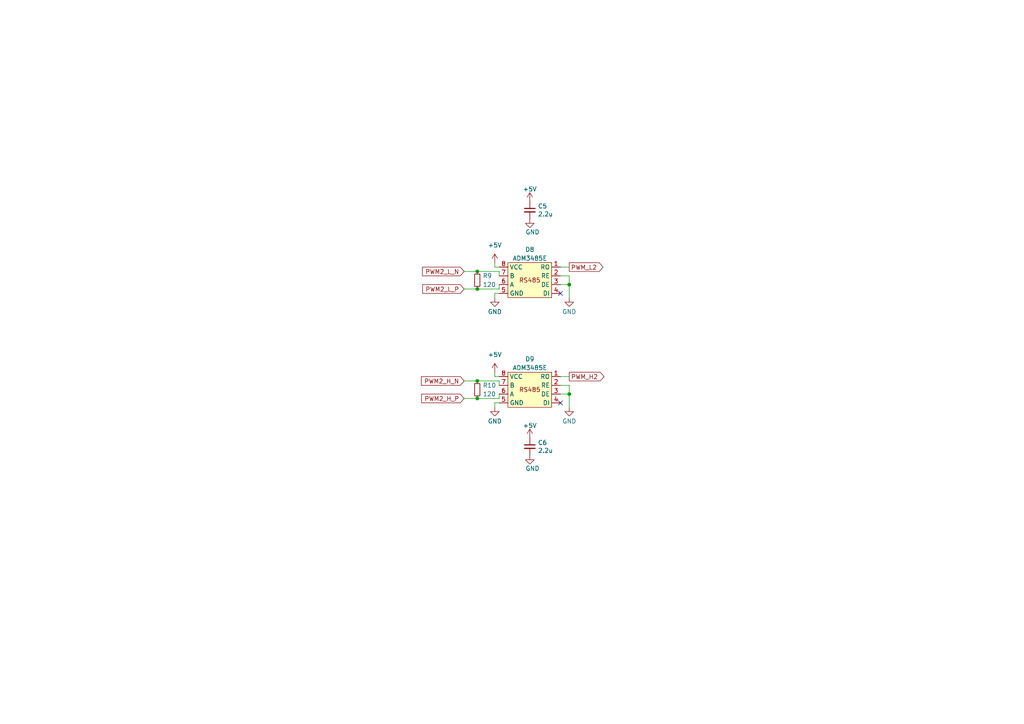
<source format=kicad_sch>
(kicad_sch (version 20231120) (generator "eeschema") (generator_version "8.0")
  (paper "A4")
  (lib_symbols
    (symbol "Device:C_Small" (pin_numbers hide) (pin_names (offset 0.254) hide)
      (property "Reference" "C" (at 0.254 1.778 0))
      (property "Value" "C_Small" (at 0.254 -2.032 0))
      (symbol "C_Small_0_1"
        (polyline (pts (xy -1.524 -0.508) (xy 1.524 -0.508)) (stroke (width 0.3302)))
        (polyline (pts (xy -1.524 0.508) (xy 1.524 0.508)) (stroke (width 0.3048)))
      )
      (symbol "C_Small_1_1"
        (pin passive line (at 0 2.54 270) (length 2.032) (name "~") (number "1"))
        (pin passive line (at 0 -2.54 90) (length 2.032) (name "~") (number "2"))
      )
    )
    (symbol "Device:R_Small" (pin_numbers hide) (pin_names (offset 0.254) hide)
      (property "Reference" "R" (at 0.762 0.508 0))
      (property "Value" "R_Small" (at 0.762 -1.016 0))
      (symbol "R_Small_0_1"
        (rectangle (start -0.762 1.778) (end 0.762 -1.778) (stroke (width 0.2032)))
      )
      (symbol "R_Small_1_1"
        (pin passive line (at 0 2.54 270) (length 0.762) (name "~") (number "1"))
        (pin passive line (at 0 -2.54 90) (length 0.762) (name "~") (number "2"))
      )
    )
    (symbol "GND_1" (power) (pin_names (offset 0))
      (property "Value" "GND" (at 0 -3.81 0))
      (symbol "GND_1_0_1"
        (polyline (pts (xy 0 0) (xy 0 -1.27) (xy 1.27 -1.27) (xy 0 -2.54) (xy -1.27 -1.27) (xy 0 -1.27)))
      )
      (symbol "GND_1_1_1"
        (pin power_in line (at 0 0 270) (length 0) hide (name "GND") (number "1"))
      )
    )
    (symbol "GND_2" (power) (pin_names (offset 0))
      (property "Value" "GND" (at 0 -3.81 0))
      (symbol "GND_2_0_1"
        (polyline (pts (xy 0 0) (xy 0 -1.27) (xy 1.27 -1.27) (xy 0 -2.54) (xy -1.27 -1.27) (xy 0 -1.27)))
      )
      (symbol "GND_2_1_1"
        (pin power_in line (at 0 0 270) (length 0) hide (name "GND") (number "1"))
      )
    )
    (symbol "GND_3" (power) (pin_names (offset 0))
      (property "Value" "GND" (at 0 -3.81 0))
      (symbol "GND_3_0_1"
        (polyline (pts (xy 0 0) (xy 0 -1.27) (xy 1.27 -1.27) (xy 0 -2.54) (xy -1.27 -1.27) (xy 0 -1.27)))
      )
      (symbol "GND_3_1_1"
        (pin power_in line (at 0 0 270) (length 0) hide (name "GND") (number "1"))
      )
    )
    (symbol "GND_4" (power) (pin_names (offset 0))
      (property "Value" "GND" (at 0 -3.81 0))
      (symbol "GND_4_0_1"
        (polyline (pts (xy 0 0) (xy 0 -1.27) (xy 1.27 -1.27) (xy 0 -2.54) (xy -1.27 -1.27) (xy 0 -1.27)))
      )
      (symbol "GND_4_1_1"
        (pin power_in line (at 0 0 270) (length 0) hide (name "GND") (number "1"))
      )
    )
    (symbol "GND_5" (power) (pin_names (offset 0))
      (property "Value" "GND" (at 0 -3.81 0))
      (symbol "GND_5_0_1"
        (polyline (pts (xy 0 0) (xy 0 -1.27) (xy 1.27 -1.27) (xy 0 -2.54) (xy -1.27 -1.27) (xy 0 -1.27)))
      )
      (symbol "GND_5_1_1"
        (pin power_in line (at 0 0 270) (length 0) hide (name "GND") (number "1"))
      )
    )
    (symbol "Interface_My:ADM3485E_1"
      (property "Reference" "D15" (at 0 2.032 0))
      (property "Value" "ADM3485E" (at 0 -0.508 0))
      (symbol "ADM3485E_1_0_0"
        (rectangle (start -6.35 -2.54) (end 6.35 -12.7) (fill (type background)))
        (text "RS485" (at 0 -7.62 0) (effects (font (size 1.27 1.27))))
      )
      (symbol "ADM3485E_1_1_1"
        (pin input line (at -8.89 -3.81 0) (length 2.54) (name "RO") (number "1"))
        (pin input line (at -8.89 -6.35 0) (length 2.54) (name "RE") (number "2"))
        (pin input line (at -8.89 -8.89 0) (length 2.54) (name "DE") (number "3"))
        (pin input line (at -8.89 -11.43 0) (length 2.54) (name "DI") (number "4"))
        (pin input line (at 8.89 -11.43 180) (length 2.54) (name "GND") (number "5"))
        (pin input line (at 8.89 -8.89 180) (length 2.54) (name "A") (number "6"))
        (pin input line (at 8.89 -6.35 180) (length 2.54) (name "B") (number "7"))
        (pin input line (at 8.89 -3.81 180) (length 2.54) (name "VCC") (number "8"))
      )
    )
    (symbol "power:+5V" (power) (pin_numbers hide) (pin_names (offset 0) hide)
      (property "Value" "+5V" (at 0 3.556 0))
      (symbol "+5V_0_1"
        (polyline (pts (xy -0.762 1.27) (xy 0 2.54)))
        (polyline (pts (xy 0 0) (xy 0 2.54)))
        (polyline (pts (xy 0 2.54) (xy 0.762 1.27)))
      )
      (symbol "+5V_1_1"
        (pin power_in line (at 0 0 90) (length 0) (name "~") (number "1"))
      )
    )
    (symbol "power:GND" (power) (pin_names (offset 0))
      (property "Value" "GND" (at 0 -3.81 0))
      (symbol "GND_0_1"
        (polyline (pts (xy 0 0) (xy 0 -1.27) (xy 1.27 -1.27) (xy 0 -2.54) (xy -1.27 -1.27) (xy 0 -1.27)))
      )
      (symbol "GND_1_1"
        (pin power_in line (at 0 0 270) (length 0) hide (name "GND") (number "1"))
      )
    )
  )
  (junction (at 138.43 110.49))
  (junction (at 165.1 114.3))
  (junction (at 138.43 115.57))
  (junction (at 138.43 83.82))
  (junction (at 138.43 78.74))
  (junction (at 165.1 82.55))
  (no_connect (at 162.56 116.84))
  (no_connect (at 162.56 85.09))
  (wire (pts (xy 134.62 110.49) (xy 138.43 110.49)))
  (wire (pts (xy 162.56 114.3) (xy 165.1 114.3)))
  (wire (pts (xy 144.78 116.84) (xy 143.51 116.84)))
  (wire (pts (xy 165.1 82.55) (xy 165.1 86.36)))
  (wire (pts (xy 144.78 82.55) (xy 144.78 83.82)))
  (wire (pts (xy 143.51 76.2) (xy 143.51 77.47)))
  (wire (pts (xy 165.1 80.01) (xy 165.1 82.55)))
  (wire (pts (xy 143.51 116.84) (xy 143.51 118.11)))
  (wire (pts (xy 144.78 85.09) (xy 143.51 85.09)))
  (wire (pts (xy 143.51 109.22) (xy 143.51 107.95)))
  (wire (pts (xy 134.62 115.57) (xy 138.43 115.57)))
  (wire (pts (xy 144.78 77.47) (xy 143.51 77.47)))
  (wire (pts (xy 144.78 114.3) (xy 144.78 115.57)))
  (wire (pts (xy 134.62 83.82) (xy 138.43 83.82)))
  (wire (pts (xy 138.43 78.74) (xy 144.78 78.74)))
  (wire (pts (xy 138.43 110.49) (xy 144.78 110.49)))
  (wire (pts (xy 134.62 78.74) (xy 138.43 78.74)))
  (wire (pts (xy 162.56 80.01) (xy 165.1 80.01)))
  (wire (pts (xy 162.56 111.76) (xy 165.1 111.76)))
  (wire (pts (xy 143.51 85.09) (xy 143.51 86.36)))
  (wire (pts (xy 138.43 83.82) (xy 144.78 83.82)))
  (wire (pts (xy 144.78 109.22) (xy 143.51 109.22)))
  (wire (pts (xy 165.1 114.3) (xy 165.1 118.11)))
  (wire (pts (xy 138.43 115.57) (xy 144.78 115.57)))
  (wire (pts (xy 162.56 82.55) (xy 165.1 82.55)))
  (wire (pts (xy 162.56 109.22) (xy 165.1 109.22)))
  (wire (pts (xy 144.78 78.74) (xy 144.78 80.01)))
  (wire (pts (xy 162.56 77.47) (xy 165.1 77.47)))
  (wire (pts (xy 165.1 111.76) (xy 165.1 114.3)))
  (wire (pts (xy 144.78 111.76) (xy 144.78 110.49)))
  (global_label "PWM_H2" (shape output) (at 165.1 109.22 0) (property "Intersheetrefs" "${INTERSHEET_REFS}" (effects (hide yes))))
  (global_label "PWM2_L_P" (shape input) (at 134.62 83.82 180) (property "Intersheetrefs" "${INTERSHEET_REFS}" (effects (hide yes))))
  (global_label "PWM2_H_P" (shape input) (at 134.62 115.57 180) (property "Intersheetrefs" "${INTERSHEET_REFS}" (effects (hide yes))))
  (global_label "PWM2_H_N" (shape input) (at 134.62 110.49 180) (property "Intersheetrefs" "${INTERSHEET_REFS}" (effects (hide yes))))
  (global_label "PWM_L2" (shape output) (at 165.1 77.47 0) (property "Intersheetrefs" "${INTERSHEET_REFS}" (effects (hide yes))))
  (global_label "PWM2_L_N" (shape input) (at 134.62 78.74 180) (property "Intersheetrefs" "${INTERSHEET_REFS}" (effects (hide yes))))
  (symbol (lib_id "power:+5V") (at 153.67 127 0) (unit 1)
    (property "Reference" "#PWR042" (effects (hide yes)))
    (property "Value" "+5V" (at 153.67 123.444 0))
    (property "Description" "Power symbol creates a global label with name \"+5V\"" (effects (hide yes)))
  )
  (symbol (lib_id "power:+5V") (at 143.51 76.2 0) (unit 1)
    (property "Reference" "#PWR017" (effects (hide yes)))
    (property "Value" "+5V" (at 143.51 71.12 0))
    (property "Description" "Power symbol creates a global label with name \"+5V\"" (effects (hide yes)))
  )
  (symbol (lib_name "GND_1") (lib_id "power:GND") (at 165.1 118.11 0) (unit 1)
    (property "Reference" "#PWR023" (effects (hide yes)))
    (property "Value" "GND" (at 163.068 122.174 0) (effects (justify left)))
  )
  (symbol (lib_name "GND_2") (lib_id "power:GND") (at 143.51 86.36 0) (unit 1)
    (property "Reference" "#PWR018" (effects (hide yes)))
    (property "Value" "GND" (at 141.478 90.424 0) (effects (justify left)))
  )
  (symbol (lib_id "Device:R_Small") (at 138.43 81.28 0) (unit 1)
    (property "Reference" "R9" (at 140.0048 80.0099 0) (effects (justify left)))
    (property "Value" "120" (at 140.0048 82.5499 0) (effects (justify left)))
    (property "Footprint" "Resistor_SMD:R_0805_2012Metric_Pad1.20x1.40mm_HandSolder" (effects (hide yes)))
  )
  (symbol (lib_id "Device:C_Small") (at 153.67 129.54 0) (unit 1)
    (property "Reference" "C6" (at 156.0068 128.3716 0) (effects (justify left)))
    (property "Value" "2.2u" (at 156.0068 130.683 0) (effects (justify left)))
    (property "Footprint" "Capacitor_SMD:C_0805_2012Metric_Pad1.18x1.45mm_HandSolder" (effects (hide yes)))
  )
  (symbol (lib_id "Interface_My:ADM3485E_1") (at 153.67 73.66 0) (mirror y) (unit 1)
    (property "Reference" "D8" (at 153.67 72.39 0))
    (property "Value" "ADM3485E" (at 153.67 74.93 0))
    (property "Footprint" "Package_SO:SOIC-8_3.9x4.9mm_P1.27mm" (effects (hide yes)))
  )
  (symbol (lib_id "Interface_My:ADM3485E_1") (at 153.67 105.41 0) (mirror y) (unit 1)
    (property "Reference" "D9" (at 153.67 104.14 0))
    (property "Value" "ADM3485E" (at 153.67 106.68 0))
    (property "Footprint" "Package_SO:SOIC-8_3.9x4.9mm_P1.27mm" (effects (hide yes)))
  )
  (symbol (lib_id "Device:C_Small") (at 153.67 60.96 0) (unit 1)
    (property "Reference" "C5" (at 156.0068 59.7916 0) (effects (justify left)))
    (property "Value" "2.2u" (at 156.0068 62.103 0) (effects (justify left)))
    (property "Footprint" "Capacitor_SMD:C_0805_2012Metric_Pad1.18x1.45mm_HandSolder" (effects (hide yes)))
  )
  (symbol (lib_id "power:GND") (at 165.1 86.36 0) (unit 1)
    (property "Reference" "#PWR020" (effects (hide yes)))
    (property "Value" "GND" (at 163.068 90.424 0) (effects (justify left)))
  )
  (symbol (lib_name "GND_4") (lib_id "power:GND") (at 153.67 132.08 0) (unit 1)
    (property "Reference" "#PWR043" (effects (hide yes)))
    (property "Value" "GND" (at 152.4 135.89 0) (effects (justify left)))
  )
  (symbol (lib_name "GND_5") (lib_id "power:GND") (at 153.67 63.5 0) (unit 1)
    (property "Reference" "#PWR016" (effects (hide yes)))
    (property "Value" "GND" (at 152.4 67.31 0) (effects (justify left)))
  )
  (symbol (lib_id "power:+5V") (at 143.51 107.95 0) (unit 1)
    (property "Reference" "#PWR021" (effects (hide yes)))
    (property "Value" "+5V" (at 143.51 102.87 0))
    (property "Description" "Power symbol creates a global label with name \"+5V\"" (effects (hide yes)))
  )
  (symbol (lib_name "GND_3") (lib_id "power:GND") (at 143.51 118.11 0) (unit 1)
    (property "Reference" "#PWR022" (effects (hide yes)))
    (property "Value" "GND" (at 141.478 122.174 0) (effects (justify left)))
  )
  (symbol (lib_id "Device:R_Small") (at 138.43 113.03 0) (unit 1)
    (property "Reference" "R10" (at 140.0048 111.7599 0) (effects (justify left)))
    (property "Value" "120" (at 140.0048 114.2999 0) (effects (justify left)))
    (property "Footprint" "Resistor_SMD:R_0805_2012Metric_Pad1.20x1.40mm_HandSolder" (effects (hide yes)))
  )
  (symbol (lib_id "power:+5V") (at 153.67 58.42 0) (unit 1)
    (property "Reference" "#PWR014" (effects (hide yes)))
    (property "Value" "+5V" (at 153.67 54.864 0))
    (property "Description" "Power symbol creates a global label with name \"+5V\"" (effects (hide yes)))
  )
)
</source>
